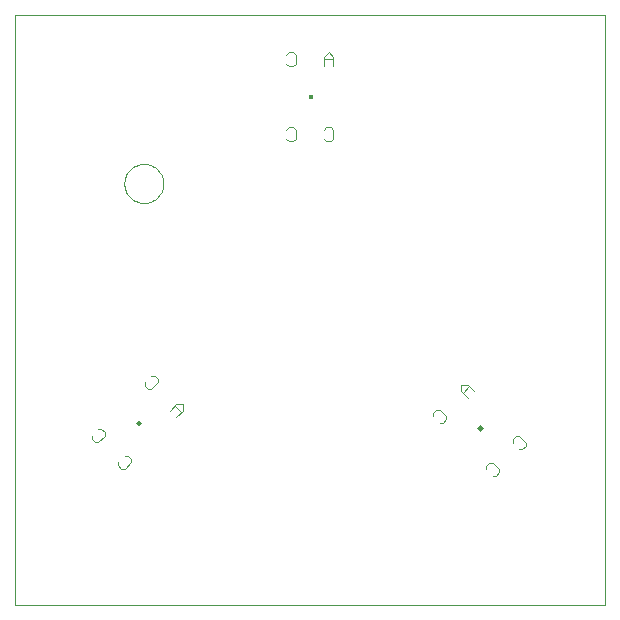
<source format=gbo>
G75*
%MOIN*%
%OFA0B0*%
%FSLAX24Y24*%
%IPPOS*%
%LPD*%
%AMOC8*
5,1,8,0,0,1.08239X$1,22.5*
%
%ADD10C,0.0000*%
%ADD11C,0.0040*%
%ADD12R,0.0157X0.0157*%
%ADD13R,0.0157X0.0157*%
D10*
X000100Y000100D02*
X000100Y019785D01*
X019785Y019785D01*
X019785Y000100D01*
X000100Y000100D01*
X003751Y014156D02*
X003753Y014206D01*
X003759Y014256D01*
X003769Y014306D01*
X003782Y014354D01*
X003799Y014402D01*
X003820Y014448D01*
X003844Y014492D01*
X003872Y014534D01*
X003903Y014574D01*
X003937Y014611D01*
X003974Y014646D01*
X004013Y014677D01*
X004054Y014706D01*
X004098Y014731D01*
X004144Y014753D01*
X004191Y014771D01*
X004239Y014785D01*
X004288Y014796D01*
X004338Y014803D01*
X004388Y014806D01*
X004439Y014805D01*
X004489Y014800D01*
X004539Y014791D01*
X004587Y014779D01*
X004635Y014762D01*
X004681Y014742D01*
X004726Y014719D01*
X004769Y014692D01*
X004809Y014662D01*
X004847Y014629D01*
X004882Y014593D01*
X004915Y014554D01*
X004944Y014513D01*
X004970Y014470D01*
X004993Y014425D01*
X005012Y014378D01*
X005027Y014330D01*
X005039Y014281D01*
X005047Y014231D01*
X005051Y014181D01*
X005051Y014131D01*
X005047Y014081D01*
X005039Y014031D01*
X005027Y013982D01*
X005012Y013934D01*
X004993Y013887D01*
X004970Y013842D01*
X004944Y013799D01*
X004915Y013758D01*
X004882Y013719D01*
X004847Y013683D01*
X004809Y013650D01*
X004769Y013620D01*
X004726Y013593D01*
X004681Y013570D01*
X004635Y013550D01*
X004587Y013533D01*
X004539Y013521D01*
X004489Y013512D01*
X004439Y013507D01*
X004388Y013506D01*
X004338Y013509D01*
X004288Y013516D01*
X004239Y013527D01*
X004191Y013541D01*
X004144Y013559D01*
X004098Y013581D01*
X004054Y013606D01*
X004013Y013635D01*
X003974Y013666D01*
X003937Y013701D01*
X003903Y013738D01*
X003872Y013778D01*
X003844Y013820D01*
X003820Y013864D01*
X003799Y013910D01*
X003782Y013958D01*
X003769Y014006D01*
X003759Y014056D01*
X003753Y014106D01*
X003751Y014156D01*
D11*
X009155Y015642D02*
X009232Y015565D01*
X009385Y015565D01*
X009462Y015642D01*
X009462Y015949D01*
X009385Y016025D01*
X009232Y016025D01*
X009155Y015949D01*
X010405Y015949D02*
X010482Y016025D01*
X010635Y016025D01*
X010712Y015949D01*
X010712Y015642D01*
X010635Y015565D01*
X010482Y015565D01*
X010405Y015642D01*
X010405Y018065D02*
X010405Y018372D01*
X010558Y018525D01*
X010712Y018372D01*
X010712Y018065D01*
X010712Y018295D02*
X010405Y018295D01*
X009462Y018142D02*
X009385Y018065D01*
X009232Y018065D01*
X009155Y018142D01*
X009155Y018449D02*
X009232Y018525D01*
X009385Y018525D01*
X009462Y018449D01*
X009462Y018142D01*
X004758Y007742D02*
X004867Y007634D01*
X004867Y007525D01*
X004650Y007308D01*
X004541Y007308D01*
X004433Y007417D01*
X004433Y007525D01*
X004650Y007742D02*
X004758Y007742D01*
X005479Y006804D02*
X005262Y006587D01*
X005425Y006750D02*
X005642Y006533D01*
X005696Y006587D02*
X005696Y006804D01*
X005479Y006804D01*
X005696Y006587D02*
X005479Y006370D01*
X003983Y004982D02*
X003983Y004873D01*
X003766Y004656D01*
X003657Y004656D01*
X003549Y004765D01*
X003549Y004873D01*
X003766Y005090D02*
X003874Y005090D01*
X003983Y004982D01*
X003099Y005757D02*
X002882Y005540D01*
X002773Y005540D01*
X002665Y005649D01*
X002665Y005757D01*
X002882Y005974D02*
X002990Y005974D01*
X003099Y005866D01*
X003099Y005757D01*
X014045Y006403D02*
X014045Y006511D01*
X014153Y006620D01*
X014262Y006620D01*
X014479Y006403D01*
X014479Y006294D01*
X014370Y006186D01*
X014262Y006186D01*
X015200Y007015D02*
X014983Y007232D01*
X014983Y007449D01*
X015200Y007449D01*
X015417Y007232D01*
X015254Y007395D02*
X015037Y007178D01*
X016696Y005627D02*
X016805Y005736D01*
X016913Y005736D01*
X017130Y005519D01*
X017130Y005410D01*
X017022Y005302D01*
X016913Y005302D01*
X016696Y005519D02*
X016696Y005627D01*
X016029Y004852D02*
X016246Y004635D01*
X016246Y004526D01*
X016138Y004418D01*
X016029Y004418D01*
X015812Y004635D02*
X015812Y004743D01*
X015921Y004852D01*
X016029Y004852D01*
D12*
G36*
X015512Y005995D02*
X015622Y006105D01*
X015732Y005995D01*
X015622Y005885D01*
X015512Y005995D01*
G37*
G36*
X004242Y006275D02*
X004352Y006165D01*
X004242Y006055D01*
X004132Y006165D01*
X004242Y006275D01*
G37*
D13*
X009982Y017045D03*
M02*

</source>
